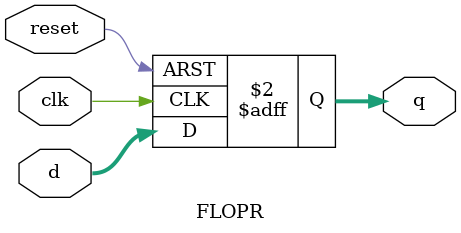
<source format=v>
module FLOPR #(parameter WIDTH = 32)(	
	input 	clk,reset,
	input  [WIDTH-1:0]	d,
	output reg [WIDTH-1:0] q
);

always @(posedge clk, posedge reset)
	if(reset)
		q <= 0;
	else 
		q <= d;

endmodule

</source>
